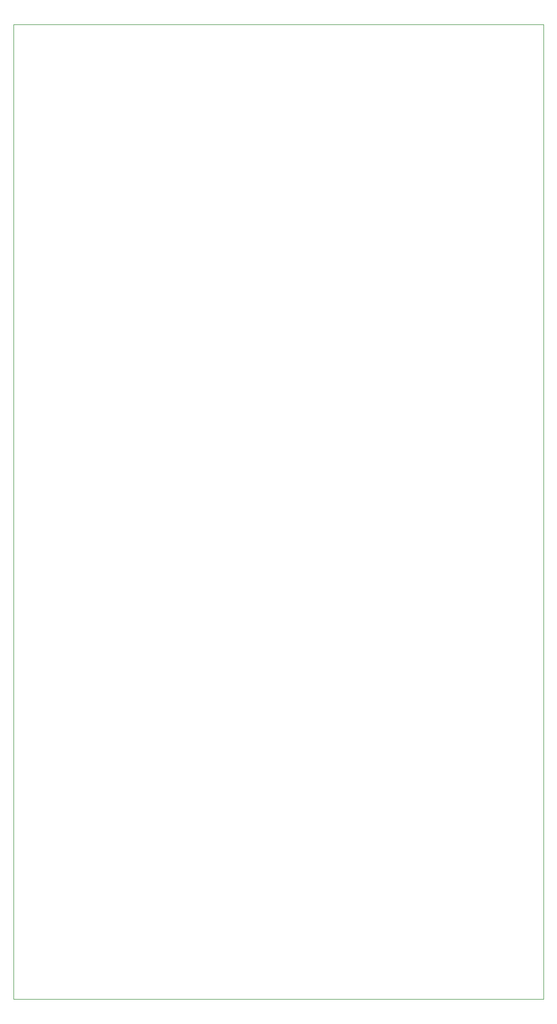
<source format=gbr>
%TF.GenerationSoftware,KiCad,Pcbnew,7.0.8*%
%TF.CreationDate,2023-11-12T19:05:12-08:00*%
%TF.ProjectId,Synthwave v2,53796e74-6877-4617-9665-2076322e6b69,rev?*%
%TF.SameCoordinates,Original*%
%TF.FileFunction,Profile,NP*%
%FSLAX46Y46*%
G04 Gerber Fmt 4.6, Leading zero omitted, Abs format (unit mm)*
G04 Created by KiCad (PCBNEW 7.0.8) date 2023-11-12 19:05:12*
%MOMM*%
%LPD*%
G01*
G04 APERTURE LIST*
%TA.AperFunction,Profile*%
%ADD10C,0.100000*%
%TD*%
G04 APERTURE END LIST*
D10*
X10160000Y-11430000D02*
X96520000Y-11430000D01*
X96520000Y-170180000D01*
X10160000Y-170180000D01*
X10160000Y-11430000D01*
M02*

</source>
